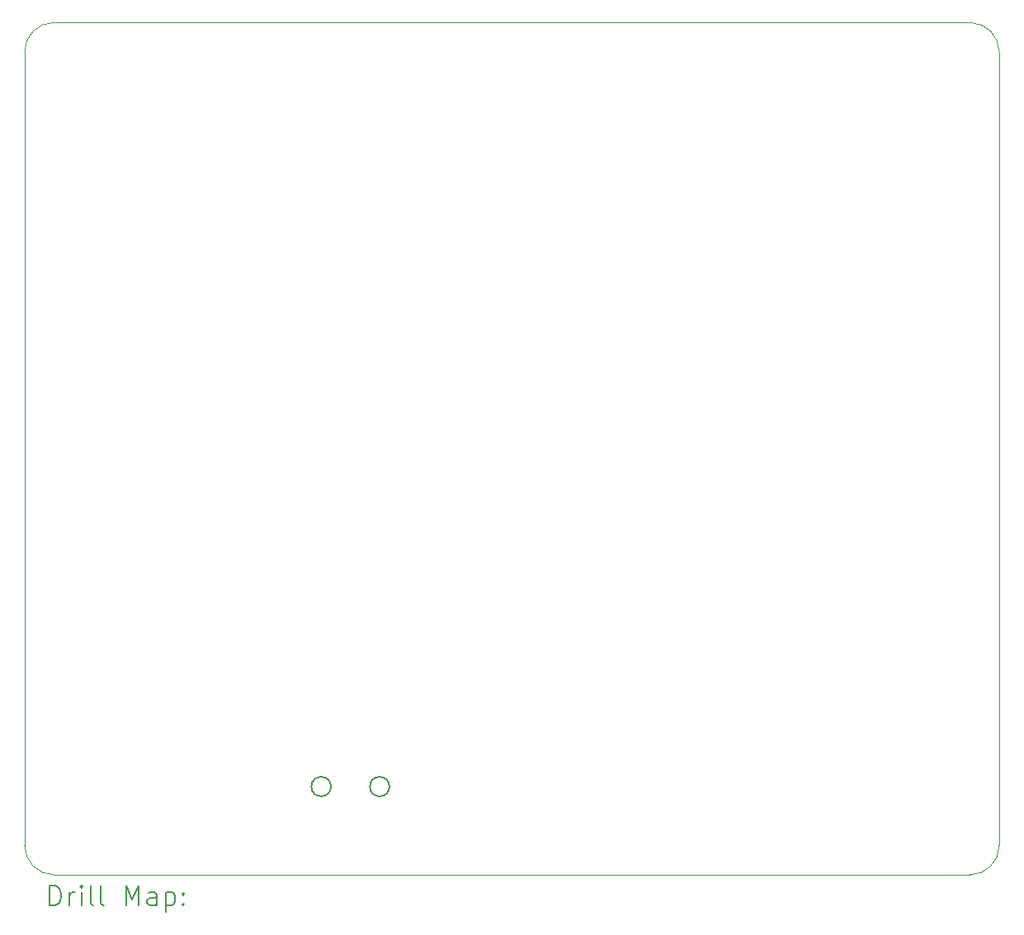
<source format=gbr>
%TF.GenerationSoftware,KiCad,Pcbnew,9.0.2*%
%TF.CreationDate,2025-08-17T10:41:56+03:30*%
%TF.ProjectId,drsstc-v1,64727373-7463-42d7-9631-2e6b69636164,rev?*%
%TF.SameCoordinates,Original*%
%TF.FileFunction,Drillmap*%
%TF.FilePolarity,Positive*%
%FSLAX45Y45*%
G04 Gerber Fmt 4.5, Leading zero omitted, Abs format (unit mm)*
G04 Created by KiCad (PCBNEW 9.0.2) date 2025-08-17 10:41:56*
%MOMM*%
%LPD*%
G01*
G04 APERTURE LIST*
%ADD10C,0.050000*%
%ADD11C,0.200000*%
G04 APERTURE END LIST*
D10*
X11200000Y-9650000D02*
G75*
G02*
X10900000Y-9950000I-300000J0D01*
G01*
X10900000Y-9950000D02*
X1500000Y-9950000D01*
X10900000Y-1200000D02*
G75*
G02*
X11200000Y-1500000I0J-300000D01*
G01*
X1200000Y-1500000D02*
G75*
G02*
X1500000Y-1200000I300000J0D01*
G01*
X1500000Y-1200000D02*
X10900000Y-1200000D01*
X11200000Y-1500000D02*
X11200000Y-9650000D01*
X1200000Y-9650000D02*
X1200000Y-1500000D01*
X1500000Y-9950000D02*
G75*
G02*
X1200000Y-9650000I0J300000D01*
G01*
D11*
X4342500Y-9045000D02*
G75*
G02*
X4142500Y-9045000I-100000J0D01*
G01*
X4142500Y-9045000D02*
G75*
G02*
X4342500Y-9045000I100000J0D01*
G01*
X4942500Y-9045000D02*
G75*
G02*
X4742500Y-9045000I-100000J0D01*
G01*
X4742500Y-9045000D02*
G75*
G02*
X4942500Y-9045000I100000J0D01*
G01*
X1458277Y-10263984D02*
X1458277Y-10063984D01*
X1458277Y-10063984D02*
X1505896Y-10063984D01*
X1505896Y-10063984D02*
X1534467Y-10073508D01*
X1534467Y-10073508D02*
X1553515Y-10092555D01*
X1553515Y-10092555D02*
X1563039Y-10111603D01*
X1563039Y-10111603D02*
X1572562Y-10149698D01*
X1572562Y-10149698D02*
X1572562Y-10178270D01*
X1572562Y-10178270D02*
X1563039Y-10216365D01*
X1563039Y-10216365D02*
X1553515Y-10235412D01*
X1553515Y-10235412D02*
X1534467Y-10254460D01*
X1534467Y-10254460D02*
X1505896Y-10263984D01*
X1505896Y-10263984D02*
X1458277Y-10263984D01*
X1658277Y-10263984D02*
X1658277Y-10130650D01*
X1658277Y-10168746D02*
X1667801Y-10149698D01*
X1667801Y-10149698D02*
X1677324Y-10140174D01*
X1677324Y-10140174D02*
X1696372Y-10130650D01*
X1696372Y-10130650D02*
X1715420Y-10130650D01*
X1782086Y-10263984D02*
X1782086Y-10130650D01*
X1782086Y-10063984D02*
X1772562Y-10073508D01*
X1772562Y-10073508D02*
X1782086Y-10083031D01*
X1782086Y-10083031D02*
X1791610Y-10073508D01*
X1791610Y-10073508D02*
X1782086Y-10063984D01*
X1782086Y-10063984D02*
X1782086Y-10083031D01*
X1905896Y-10263984D02*
X1886848Y-10254460D01*
X1886848Y-10254460D02*
X1877324Y-10235412D01*
X1877324Y-10235412D02*
X1877324Y-10063984D01*
X2010658Y-10263984D02*
X1991610Y-10254460D01*
X1991610Y-10254460D02*
X1982086Y-10235412D01*
X1982086Y-10235412D02*
X1982086Y-10063984D01*
X2239229Y-10263984D02*
X2239229Y-10063984D01*
X2239229Y-10063984D02*
X2305896Y-10206841D01*
X2305896Y-10206841D02*
X2372563Y-10063984D01*
X2372563Y-10063984D02*
X2372563Y-10263984D01*
X2553515Y-10263984D02*
X2553515Y-10159222D01*
X2553515Y-10159222D02*
X2543991Y-10140174D01*
X2543991Y-10140174D02*
X2524944Y-10130650D01*
X2524944Y-10130650D02*
X2486848Y-10130650D01*
X2486848Y-10130650D02*
X2467801Y-10140174D01*
X2553515Y-10254460D02*
X2534467Y-10263984D01*
X2534467Y-10263984D02*
X2486848Y-10263984D01*
X2486848Y-10263984D02*
X2467801Y-10254460D01*
X2467801Y-10254460D02*
X2458277Y-10235412D01*
X2458277Y-10235412D02*
X2458277Y-10216365D01*
X2458277Y-10216365D02*
X2467801Y-10197317D01*
X2467801Y-10197317D02*
X2486848Y-10187793D01*
X2486848Y-10187793D02*
X2534467Y-10187793D01*
X2534467Y-10187793D02*
X2553515Y-10178270D01*
X2648753Y-10130650D02*
X2648753Y-10330650D01*
X2648753Y-10140174D02*
X2667801Y-10130650D01*
X2667801Y-10130650D02*
X2705896Y-10130650D01*
X2705896Y-10130650D02*
X2724944Y-10140174D01*
X2724944Y-10140174D02*
X2734467Y-10149698D01*
X2734467Y-10149698D02*
X2743991Y-10168746D01*
X2743991Y-10168746D02*
X2743991Y-10225889D01*
X2743991Y-10225889D02*
X2734467Y-10244936D01*
X2734467Y-10244936D02*
X2724944Y-10254460D01*
X2724944Y-10254460D02*
X2705896Y-10263984D01*
X2705896Y-10263984D02*
X2667801Y-10263984D01*
X2667801Y-10263984D02*
X2648753Y-10254460D01*
X2829705Y-10244936D02*
X2839229Y-10254460D01*
X2839229Y-10254460D02*
X2829705Y-10263984D01*
X2829705Y-10263984D02*
X2820182Y-10254460D01*
X2820182Y-10254460D02*
X2829705Y-10244936D01*
X2829705Y-10244936D02*
X2829705Y-10263984D01*
X2829705Y-10140174D02*
X2839229Y-10149698D01*
X2839229Y-10149698D02*
X2829705Y-10159222D01*
X2829705Y-10159222D02*
X2820182Y-10149698D01*
X2820182Y-10149698D02*
X2829705Y-10140174D01*
X2829705Y-10140174D02*
X2829705Y-10159222D01*
M02*

</source>
